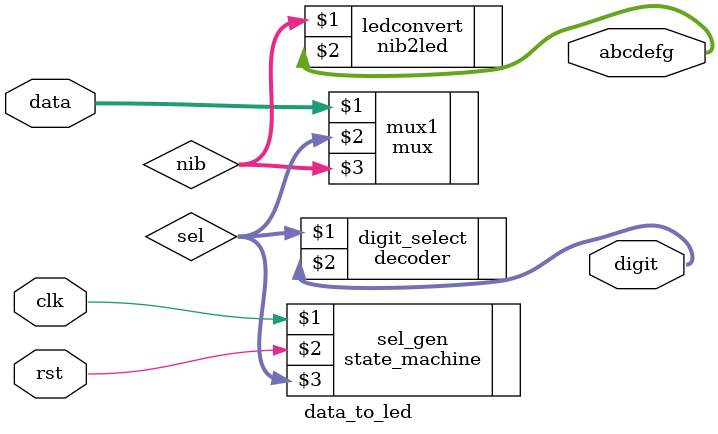
<source format=sv>
module data_to_led (
    input logic clk, rst,
    input logic [15:0] data,
    output logic [6:0] abcdefg,
    output logic [3:0] digit
);
    logic [1:0] sel;
    logic [3:0] nib;

    mux mux1 (data, sel, nib);

    state_machine sel_gen (clk, rst, sel);

    nib2led ledconvert (nib, abcdefg);

    decoder digit_select (sel, digit);
    
endmodule
</source>
